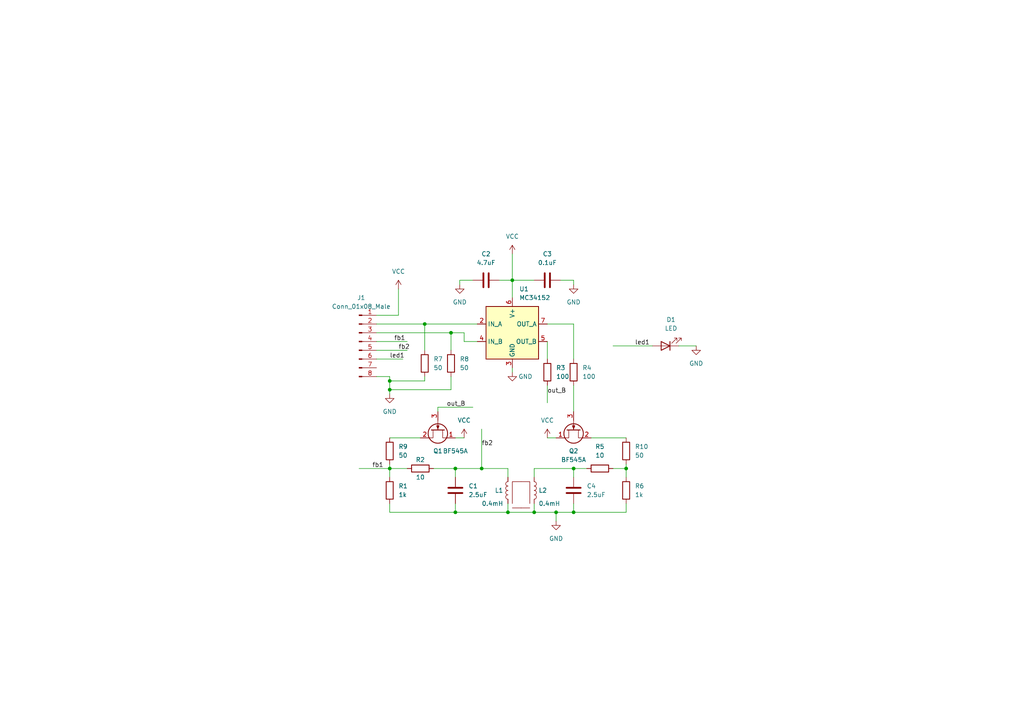
<source format=kicad_sch>
(kicad_sch (version 20211123) (generator eeschema)
  (paper "A4")
  (lib_symbols
    (symbol "Connector:Conn_01x08_Male" (pin_names (offset 1.016) hide)
      (property "Reference" "J" (at 0 10.16 0))
      (property "Value" "Conn_01x08_Male" (at 0 -12.7 0))
      (symbol "Conn_01x08_Male_1_1"
        (polyline (pts (xy 1.27 -10.16) (xy 0.8636 -10.16)) (stroke (width 0.1524)))
        (polyline (pts (xy 1.27 -7.62) (xy 0.8636 -7.62)) (stroke (width 0.1524)))
        (polyline (pts (xy 1.27 -5.08) (xy 0.8636 -5.08)) (stroke (width 0.1524)))
        (polyline (pts (xy 1.27 -2.54) (xy 0.8636 -2.54)) (stroke (width 0.1524)))
        (polyline (pts (xy 1.27 0) (xy 0.8636 0)) (stroke (width 0.1524)))
        (polyline (pts (xy 1.27 2.54) (xy 0.8636 2.54)) (stroke (width 0.1524)))
        (polyline (pts (xy 1.27 5.08) (xy 0.8636 5.08)) (stroke (width 0.1524)))
        (polyline (pts (xy 1.27 7.62) (xy 0.8636 7.62)) (stroke (width 0.1524)))
        (rectangle (start 0.8636 -10.033) (end 0 -10.287) (stroke (width 0.1524)) (fill (type outline)))
        (rectangle (start 0.8636 -7.493) (end 0 -7.747) (stroke (width 0.1524)) (fill (type outline)))
        (rectangle (start 0.8636 -4.953) (end 0 -5.207) (stroke (width 0.1524)) (fill (type outline)))
        (rectangle (start 0.8636 -2.413) (end 0 -2.667) (stroke (width 0.1524)) (fill (type outline)))
        (rectangle (start 0.8636 0.127) (end 0 -0.127) (stroke (width 0.1524)) (fill (type outline)))
        (rectangle (start 0.8636 2.667) (end 0 2.413) (stroke (width 0.1524)) (fill (type outline)))
        (rectangle (start 0.8636 5.207) (end 0 4.953) (stroke (width 0.1524)) (fill (type outline)))
        (rectangle (start 0.8636 7.747) (end 0 7.493) (stroke (width 0.1524)) (fill (type outline)))
        (pin passive line (at 5.08 7.62 180) (length 3.81) (name "Pin_1") (number "1"))
        (pin passive line (at 5.08 5.08 180) (length 3.81) (name "Pin_2") (number "2"))
        (pin passive line (at 5.08 2.54 180) (length 3.81) (name "Pin_3") (number "3"))
        (pin passive line (at 5.08 0 180) (length 3.81) (name "Pin_4") (number "4"))
        (pin passive line (at 5.08 -2.54 180) (length 3.81) (name "Pin_5") (number "5"))
        (pin passive line (at 5.08 -5.08 180) (length 3.81) (name "Pin_6") (number "6"))
        (pin passive line (at 5.08 -7.62 180) (length 3.81) (name "Pin_7") (number "7"))
        (pin passive line (at 5.08 -10.16 180) (length 3.81) (name "Pin_8") (number "8"))
      )
    )
    (symbol "Device:C" (pin_numbers hide) (pin_names (offset 0.254))
      (property "Reference" "C" (at 0.635 2.54 0))
      (property "Value" "C" (at 0.635 -2.54 0))
      (symbol "C_0_1"
        (polyline (pts (xy -2.032 -0.762) (xy 2.032 -0.762)) (stroke (width 0.508)))
        (polyline (pts (xy -2.032 0.762) (xy 2.032 0.762)) (stroke (width 0.508)))
      )
      (symbol "C_1_1"
        (pin passive line (at 0 3.81 270) (length 2.794) (name "~") (number "1"))
        (pin passive line (at 0 -3.81 90) (length 2.794) (name "~") (number "2"))
      )
    )
    (symbol "Device:LED" (pin_numbers hide) (pin_names (offset 1.016) hide)
      (property "Reference" "D" (at 0 2.54 0))
      (property "Value" "LED" (at 0 -2.54 0))
      (symbol "LED_0_1"
        (polyline (pts (xy -1.27 -1.27) (xy -1.27 1.27)) (stroke (width 0.254)))
        (polyline (pts (xy -1.27 0) (xy 1.27 0)))
        (polyline (pts (xy 1.27 -1.27) (xy 1.27 1.27) (xy -1.27 0) (xy 1.27 -1.27)) (stroke (width 0.254)))
        (polyline (pts (xy -3.048 -0.762) (xy -4.572 -2.286) (xy -3.81 -2.286) (xy -4.572 -2.286) (xy -4.572 -1.524)))
        (polyline (pts (xy -1.778 -0.762) (xy -3.302 -2.286) (xy -2.54 -2.286) (xy -3.302 -2.286) (xy -3.302 -1.524)))
      )
      (symbol "LED_1_1"
        (pin passive line (at -3.81 0 0) (length 2.54) (name "K") (number "1"))
        (pin passive line (at 3.81 0 180) (length 2.54) (name "A") (number "2"))
      )
    )
    (symbol "Device:R" (pin_numbers hide) (pin_names (offset 0))
      (property "Reference" "R" (at 2.032 0 90))
      (property "Value" "R" (at 0 0 90))
      (symbol "R_0_1"
        (rectangle (start -1.016 -2.54) (end 1.016 2.54) (stroke (width 0.254)))
      )
      (symbol "R_1_1"
        (pin passive line (at 0 3.81 270) (length 1.27) (name "~") (number "1"))
        (pin passive line (at 0 -3.81 90) (length 1.27) (name "~") (number "2"))
      )
    )
    (symbol "Driver_FET:MC34152"
      (property "Reference" "U" (at -7.62 8.89 0))
      (property "Value" "MC34152" (at 1.27 8.89 0))
      (symbol "MC34152_0_1"
        (rectangle (start -7.62 -7.62) (end 7.62 7.62) (stroke (width 0.254)) (fill (type background)))
      )
      (symbol "MC34152_1_1"
        (pin no_connect line (at -7.62 0 0) (length 2.54) hide (name "NC") (number "1"))
        (pin input line (at -10.16 2.54 0) (length 2.54) (name "IN_A") (number "2"))
        (pin power_in line (at 0 -10.16 90) (length 2.54) (name "GND") (number "3"))
        (pin input line (at -10.16 -2.54 0) (length 2.54) (name "IN_B") (number "4"))
        (pin output line (at 10.16 -2.54 180) (length 2.54) (name "OUT_B") (number "5"))
        (pin power_in line (at 0 10.16 270) (length 2.54) (name "V+") (number "6"))
        (pin output line (at 10.16 2.54 180) (length 2.54) (name "OUT_A") (number "7"))
        (pin no_connect line (at 7.62 0 180) (length 2.54) hide (name "NC") (number "8"))
      )
    )
    (symbol "Transistor_FET:BF545A" (pin_names hide)
      (property "Reference" "Q" (at 5.08 1.905 0))
      (property "Value" "BF545A" (at 5.08 0 0))
      (symbol "BF545A_0_1"
        (polyline (pts (xy 0.254 0) (xy -2.54 0)))
        (polyline (pts (xy 0.254 1.905) (xy 0.254 -1.905)) (stroke (width 0.254)))
        (polyline (pts (xy 2.54 -2.54) (xy 2.54 -1.397) (xy 0.254 -1.397)))
        (polyline (pts (xy 2.54 2.54) (xy 2.54 1.397) (xy 0.254 1.397)))
        (polyline (pts (xy 0 0) (xy -1.016 0.381) (xy -1.016 -0.381) (xy 0 0)) (fill (type outline)))
        (circle (center 1.27 0) (radius 2.8194) (stroke (width 0.254)))
      )
      (symbol "BF545A_1_1"
        (pin passive line (at 2.54 -5.08 90) (length 2.54) (name "S") (number "1"))
        (pin passive line (at 2.54 5.08 270) (length 2.54) (name "D") (number "2"))
        (pin input line (at -5.08 0 0) (length 2.54) (name "G") (number "3"))
      )
    )
    (symbol "power:GND" (power) (pin_names (offset 0))
      (property "Value" "GND" (at 0 -3.81 0))
      (symbol "GND_0_1"
        (polyline (pts (xy 0 0) (xy 0 -1.27) (xy 1.27 -1.27) (xy 0 -2.54) (xy -1.27 -1.27) (xy 0 -1.27)))
      )
      (symbol "GND_1_1"
        (pin power_in line (at 0 0 270) (length 0) hide (name "GND") (number "1"))
      )
    )
    (symbol "power:VCC" (power) (pin_names (offset 0))
      (property "Value" "VCC" (at 0 3.81 0))
      (symbol "VCC_0_1"
        (polyline (pts (xy -0.762 1.27) (xy 0 2.54)))
        (polyline (pts (xy 0 0) (xy 0 2.54)))
        (polyline (pts (xy 0 2.54) (xy 0.762 1.27)))
      )
      (symbol "VCC_1_1"
        (pin power_in line (at 0 0 90) (length 0) hide (name "VCC") (number "1"))
      )
    )
    (symbol "solenoid_part:L" (pin_numbers hide) (pin_names (offset 1.016) hide)
      (property "Reference" "L?" (at 1.27 1.2701 0))
      (property "Value" "L" (at 1.27 -1.2699 0))
      (symbol "L_0_1"
        (arc (start 0 -2.54) (mid 0.635 -1.905) (end 0 -1.27))
        (arc (start 0 -1.27) (mid 0.635 -0.635) (end 0 0))
        (polyline (pts (xy -1.27 -5.08) (xy -3.81 -5.08)))
        (polyline (pts (xy -1.27 -3.81) (xy -1.27 2.54) (xy -3.81 2.54)))
        (arc (start 0 0) (mid 0.635 0.635) (end 0 1.27))
        (arc (start 0 1.27) (mid 0.635 1.905) (end 0 2.54))
      )
      (symbol "L_1_1"
        (pin passive line (at 0 3.81 270) (length 1.27) (name "1") (number "1"))
        (pin passive line (at 0 -3.81 90) (length 1.27) (name "2") (number "2"))
      )
    )
  )
  (junction (at 166.37 135.89))
  (junction (at 130.81 96.52))
  (junction (at 113.03 113.03))
  (junction (at 132.08 135.89))
  (junction (at 132.08 148.59))
  (junction (at 123.19 93.98))
  (junction (at 166.37 148.59))
  (junction (at 139.7 135.89))
  (junction (at 113.03 135.89))
  (junction (at 181.61 135.89))
  (junction (at 161.29 148.59))
  (junction (at 148.59 81.28))
  (junction (at 147.32 148.59))
  (junction (at 113.03 110.49))
  (junction (at 154.94 148.59))
  (wire (pts (xy 148.59 86.36) (xy 148.59 81.28)))
  (wire (pts (xy 133.35 81.28) (xy 133.35 82.55)))
  (wire (pts (xy 148.59 106.68) (xy 148.59 107.95)))
  (wire (pts (xy 127 119.38) (xy 127 118.11)))
  (wire (pts (xy 109.22 91.44) (xy 115.57 91.44)))
  (wire (pts (xy 134.62 99.06) (xy 134.62 96.52)))
  (wire (pts (xy 123.19 109.22) (xy 123.19 110.49)))
  (wire (pts (xy 154.94 135.89) (xy 166.37 135.89)))
  (wire (pts (xy 166.37 146.05) (xy 166.37 148.59)))
  (wire (pts (xy 147.32 148.59) (xy 132.08 148.59)))
  (wire (pts (xy 148.59 81.28) (xy 154.94 81.28)))
  (wire (pts (xy 177.8 100.33) (xy 189.23 100.33)))
  (wire (pts (xy 132.08 138.43) (xy 132.08 135.89)))
  (wire (pts (xy 147.32 135.89) (xy 147.32 138.43)))
  (wire (pts (xy 113.03 135.89) (xy 113.03 138.43)))
  (wire (pts (xy 139.7 124.46) (xy 139.7 135.89)))
  (wire (pts (xy 104.14 135.89) (xy 113.03 135.89)))
  (wire (pts (xy 166.37 81.28) (xy 166.37 82.55)))
  (wire (pts (xy 130.81 96.52) (xy 109.22 96.52)))
  (wire (pts (xy 161.29 148.59) (xy 154.94 148.59)))
  (wire (pts (xy 147.32 148.59) (xy 154.94 148.59)))
  (wire (pts (xy 181.61 146.05) (xy 181.61 148.59)))
  (wire (pts (xy 166.37 111.76) (xy 166.37 119.38)))
  (wire (pts (xy 123.19 93.98) (xy 138.43 93.98)))
  (wire (pts (xy 137.16 81.28) (xy 133.35 81.28)))
  (wire (pts (xy 158.75 93.98) (xy 166.37 93.98)))
  (wire (pts (xy 181.61 134.62) (xy 181.61 135.89)))
  (wire (pts (xy 130.81 96.52) (xy 130.81 101.6)))
  (wire (pts (xy 166.37 93.98) (xy 166.37 104.14)))
  (wire (pts (xy 115.57 83.82) (xy 115.57 91.44)))
  (wire (pts (xy 162.56 81.28) (xy 166.37 81.28)))
  (wire (pts (xy 123.19 93.98) (xy 123.19 101.6)))
  (wire (pts (xy 154.94 146.05) (xy 154.94 148.59)))
  (wire (pts (xy 113.03 110.49) (xy 113.03 113.03)))
  (wire (pts (xy 113.03 109.22) (xy 113.03 110.49)))
  (wire (pts (xy 113.03 135.89) (xy 118.11 135.89)))
  (wire (pts (xy 147.32 146.05) (xy 147.32 148.59)))
  (wire (pts (xy 109.22 93.98) (xy 123.19 93.98)))
  (wire (pts (xy 171.45 127) (xy 181.61 127)))
  (wire (pts (xy 166.37 148.59) (xy 161.29 148.59)))
  (wire (pts (xy 113.03 134.62) (xy 113.03 135.89)))
  (wire (pts (xy 138.43 99.06) (xy 134.62 99.06)))
  (wire (pts (xy 134.62 96.52) (xy 130.81 96.52)))
  (wire (pts (xy 144.78 81.28) (xy 148.59 81.28)))
  (wire (pts (xy 177.8 135.89) (xy 181.61 135.89)))
  (wire (pts (xy 109.22 99.06) (xy 118.11 99.06)))
  (wire (pts (xy 158.75 111.76) (xy 158.75 116.84)))
  (wire (pts (xy 154.94 138.43) (xy 154.94 135.89)))
  (wire (pts (xy 125.73 135.89) (xy 132.08 135.89)))
  (wire (pts (xy 166.37 135.89) (xy 166.37 138.43)))
  (wire (pts (xy 132.08 127) (xy 134.62 127)))
  (wire (pts (xy 196.85 100.33) (xy 201.93 100.33)))
  (wire (pts (xy 113.03 148.59) (xy 132.08 148.59)))
  (wire (pts (xy 121.92 127) (xy 113.03 127)))
  (wire (pts (xy 132.08 146.05) (xy 132.08 148.59)))
  (wire (pts (xy 113.03 113.03) (xy 113.03 114.3)))
  (wire (pts (xy 113.03 113.03) (xy 130.81 113.03)))
  (wire (pts (xy 139.7 135.89) (xy 147.32 135.89)))
  (wire (pts (xy 161.29 148.59) (xy 161.29 151.13)))
  (wire (pts (xy 158.75 127) (xy 161.29 127)))
  (wire (pts (xy 113.03 146.05) (xy 113.03 148.59)))
  (wire (pts (xy 132.08 135.89) (xy 139.7 135.89)))
  (wire (pts (xy 109.22 104.14) (xy 116.84 104.14)))
  (wire (pts (xy 166.37 148.59) (xy 181.61 148.59)))
  (wire (pts (xy 127 118.11) (xy 137.16 118.11)))
  (wire (pts (xy 158.75 99.06) (xy 158.75 104.14)))
  (wire (pts (xy 109.22 109.22) (xy 113.03 109.22)))
  (wire (pts (xy 166.37 135.89) (xy 170.18 135.89)))
  (wire (pts (xy 109.22 101.6) (xy 118.11 101.6)))
  (wire (pts (xy 148.59 73.66) (xy 148.59 81.28)))
  (wire (pts (xy 130.81 109.22) (xy 130.81 113.03)))
  (wire (pts (xy 181.61 135.89) (xy 181.61 138.43)))
  (wire (pts (xy 113.03 110.49) (xy 123.19 110.49)))
  (label "led1" (at 113.03 104.14 0))
  (label "fb1" (at 114.3 99.06 0))
  (label "fb1" (at 107.95 135.89 0))
  (label "fb2" (at 115.57 101.6 0))
  (label "fb2" (at 139.7 129.54 0))
  (label "led1" (at 184.15 100.33 0))
  (label "out_B" (at 158.75 114.3 0))
  (label "out_B" (at 129.54 118.11 0))
  (symbol (lib_id "Device:R") (at 113.03 130.81 0) (unit 1)
    (property "Reference" "R9" (at 115.57 129.5399 0) (effects (justify left)))
    (property "Value" "50" (at 115.57 132.0799 0) (effects (justify left)))
    (property "Footprint" "Resistor_SMD:R_0402_1005Metric" (effects hide))
  )
  (symbol (lib_id "power:VCC") (at 134.62 127 0) (unit 1)
    (property "Reference" "#PWR0104" (effects hide))
    (property "Value" "VCC" (at 134.62 121.92 0))
  )
  (symbol (lib_id "solenoid_part:L") (at 147.32 142.24 0) (mirror y) (unit 1)
    (property "Reference" "L1" (at 143.51 142.24 0) (effects (justify right)))
    (property "Value" "0.4mH" (at 139.7 146.05 0) (effects (justify right)))
    (property "Footprint" "L_soln:sole_coil" (effects hide))
  )
  (symbol (lib_id "Device:R") (at 181.61 130.81 0) (unit 1)
    (property "Reference" "R10" (at 184.15 129.5399 0) (effects (justify left)))
    (property "Value" "50" (at 184.15 132.0799 0) (effects (justify left)))
    (property "Footprint" "Resistor_SMD:R_0402_1005Metric" (effects hide))
  )
  (symbol (lib_id "power:VCC") (at 158.75 127 0) (unit 1)
    (property "Reference" "#PWR02" (effects hide))
    (property "Value" "VCC" (at 158.75 121.92 0))
  )
  (symbol (lib_id "Device:R") (at 158.75 107.95 0) (unit 1)
    (property "Reference" "R3" (at 161.29 106.6799 0) (effects (justify left)))
    (property "Value" "100" (at 161.29 109.2199 0) (effects (justify left)))
    (property "Footprint" "Resistor_SMD:R_0402_1005Metric" (effects hide))
  )
  (symbol (lib_id "power:GND") (at 113.03 114.3 0) (unit 1)
    (property "Reference" "#PWR03" (effects hide))
    (property "Value" "GND" (at 113.03 119.38 0))
  )
  (symbol (lib_id "power:GND") (at 148.59 107.95 0) (unit 1)
    (property "Reference" "#PWR01" (effects hide))
    (property "Value" "GND" (at 152.4 109.22 0))
  )
  (symbol (lib_id "Device:R") (at 121.92 135.89 90) (unit 1)
    (property "Reference" "R2" (at 121.92 133.35 90))
    (property "Value" "10" (at 121.92 138.43 90))
    (property "Footprint" "Resistor_SMD:R_0402_1005Metric" (effects hide))
  )
  (symbol (lib_id "Device:LED") (at 193.04 100.33 180) (unit 1)
    (property "Reference" "D1" (at 194.6275 92.71 0))
    (property "Value" "LED" (at 194.6275 95.25 0))
    (property "Footprint" "LED_THT:LED_D1.8mm_W1.8mm_H2.4mm_Horizontal_O1.27mm_Z1.6mm" (effects hide))
  )
  (symbol (lib_id "Device:R") (at 113.03 142.24 0) (unit 1)
    (property "Reference" "R1" (at 115.57 140.9699 0) (effects (justify left)))
    (property "Value" "1k" (at 115.57 143.5099 0) (effects (justify left)))
    (property "Footprint" "Resistor_SMD:R_0402_1005Metric" (effects hide))
  )
  (symbol (lib_id "Transistor_FET:BF545A") (at 127 124.46 90) (mirror x) (unit 1)
    (property "Reference" "Q1" (at 127 130.81 90))
    (property "Value" "BF545A" (at 132.08 130.81 90))
    (property "Footprint" "Package_TO_SOT_SMD:SOT-23" (effects hide))
    (property "Datasheet" "https://www.nxp.com/docs/en/data-sheet/BF545A_BF545B_BF545C.pdf" (effects hide))
  )
  (symbol (lib_id "Device:C") (at 158.75 81.28 90) (unit 1)
    (property "Reference" "C3" (at 158.75 73.66 90))
    (property "Value" "0.1uF" (at 158.75 76.2 90))
    (property "Footprint" "Capacitor_SMD:C_0805_2012Metric" (effects hide))
  )
  (symbol (lib_id "power:VCC") (at 148.59 73.66 0) (unit 1)
    (property "Reference" "#PWR0105" (effects hide))
    (property "Value" "VCC" (at 148.59 68.58 0))
  )
  (symbol (lib_id "Device:R") (at 181.61 142.24 0) (unit 1)
    (property "Reference" "R6" (at 184.15 140.9699 0) (effects (justify left)))
    (property "Value" "1k" (at 184.15 143.5099 0) (effects (justify left)))
    (property "Footprint" "Resistor_SMD:R_0402_1005Metric" (effects hide))
  )
  (symbol (lib_id "power:GND") (at 201.93 100.33 0) (unit 1)
    (property "Reference" "#PWR05" (effects hide))
    (property "Value" "GND" (at 201.93 105.41 0))
  )
  (symbol (lib_id "power:GND") (at 166.37 82.55 0) (unit 1)
    (property "Reference" "#PWR0102" (effects hide))
    (property "Value" "GND" (at 166.37 87.63 0))
  )
  (symbol (lib_id "Device:R") (at 166.37 107.95 180) (unit 1)
    (property "Reference" "R4" (at 168.91 106.6799 0) (effects (justify right)))
    (property "Value" "100" (at 168.91 109.2199 0) (effects (justify right)))
    (property "Footprint" "Resistor_SMD:R_0402_1005Metric" (effects hide))
  )
  (symbol (lib_id "power:GND") (at 161.29 151.13 0) (unit 1)
    (property "Reference" "#PWR0101" (effects hide))
    (property "Value" "GND" (at 161.29 156.21 0))
  )
  (symbol (lib_id "Device:C") (at 166.37 142.24 0) (unit 1)
    (property "Reference" "C4" (at 170.18 140.9699 0) (effects (justify left)))
    (property "Value" "2.5uF" (at 170.18 143.5099 0) (effects (justify left)))
    (property "Footprint" "Capacitor_SMD:C_0805_2012Metric" (effects hide))
  )
  (symbol (lib_id "Connector:Conn_01x08_Male") (at 104.14 99.06 0) (unit 1)
    (property "Reference" "J1" (at 104.775 86.36 0))
    (property "Value" "Conn_01x08_Male" (at 104.775 88.9 0))
    (property "Footprint" "Connector_Hirose:Hirose_DF13-08P-1.25DSA_1x08_P1.25mm_Vertical" (effects hide))
  )
  (symbol (lib_id "Device:R") (at 130.81 105.41 0) (unit 1)
    (property "Reference" "R8" (at 133.35 104.1399 0) (effects (justify left)))
    (property "Value" "50" (at 133.35 106.6799 0) (effects (justify left)))
    (property "Footprint" "Resistor_SMD:R_0402_1005Metric" (effects hide))
  )
  (symbol (lib_id "Device:R") (at 123.19 105.41 0) (unit 1)
    (property "Reference" "R7" (at 125.73 104.1399 0) (effects (justify left)))
    (property "Value" "50" (at 125.73 106.6799 0) (effects (justify left)))
    (property "Footprint" "Resistor_SMD:R_0402_1005Metric" (effects hide))
  )
  (symbol (lib_id "solenoid_part:L") (at 154.94 142.24 0) (unit 1)
    (property "Reference" "L2" (at 156.21 142.2399 0) (effects (justify left)))
    (property "Value" "0.4mH" (at 156.21 146.05 0) (effects (justify left)))
    (property "Footprint" "L_soln:sole_coil" (effects hide))
  )
  (symbol (lib_id "Device:R") (at 173.99 135.89 90) (unit 1)
    (property "Reference" "R5" (at 173.99 129.54 90))
    (property "Value" "10" (at 173.99 132.08 90))
    (property "Footprint" "Resistor_SMD:R_0402_1005Metric" (effects hide))
  )
  (symbol (lib_id "Device:C") (at 140.97 81.28 90) (unit 1)
    (property "Reference" "C2" (at 140.97 73.66 90))
    (property "Value" "4.7uF" (at 140.97 76.2 90))
    (property "Footprint" "Capacitor_SMD:C_0805_2012Metric" (effects hide))
  )
  (symbol (lib_id "power:VCC") (at 115.57 83.82 0) (unit 1)
    (property "Reference" "#PWR04" (effects hide))
    (property "Value" "VCC" (at 115.57 78.74 0))
  )
  (symbol (lib_id "Device:C") (at 132.08 142.24 0) (unit 1)
    (property "Reference" "C1" (at 135.89 140.9699 0) (effects (justify left)))
    (property "Value" "2.5uF" (at 135.89 143.5099 0) (effects (justify left)))
    (property "Footprint" "Capacitor_SMD:C_0805_2012Metric" (effects hide))
  )
  (symbol (lib_id "Transistor_FET:BF545A") (at 166.37 124.46 270) (unit 1)
    (property "Reference" "Q2" (at 166.37 130.81 90))
    (property "Value" "BF545A" (at 166.37 133.35 90))
    (property "Footprint" "Package_TO_SOT_SMD:SOT-23" (effects hide))
    (property "Datasheet" "https://www.nxp.com/docs/en/data-sheet/BF545A_BF545B_BF545C.pdf" (effects hide))
  )
  (symbol (lib_id "power:GND") (at 133.35 82.55 0) (unit 1)
    (property "Reference" "#PWR0103" (effects hide))
    (property "Value" "GND" (at 133.35 87.63 0))
  )
  (symbol (lib_id "Driver_FET:MC34152") (at 148.59 96.52 0) (unit 1)
    (property "Reference" "U1" (at 150.6094 83.82 0) (effects (justify left)))
    (property "Value" "MC34152" (at 150.6094 86.36 0) (effects (justify left)))
    (property "Footprint" "Package_SO:SOIC-8_3.9x4.9mm_P1.27mm" (effects hide))
    (property "Datasheet" "https://www.onsemi.com/pub/Collateral/MC34152-D.PDF" (effects hide))
  )
)
</source>
